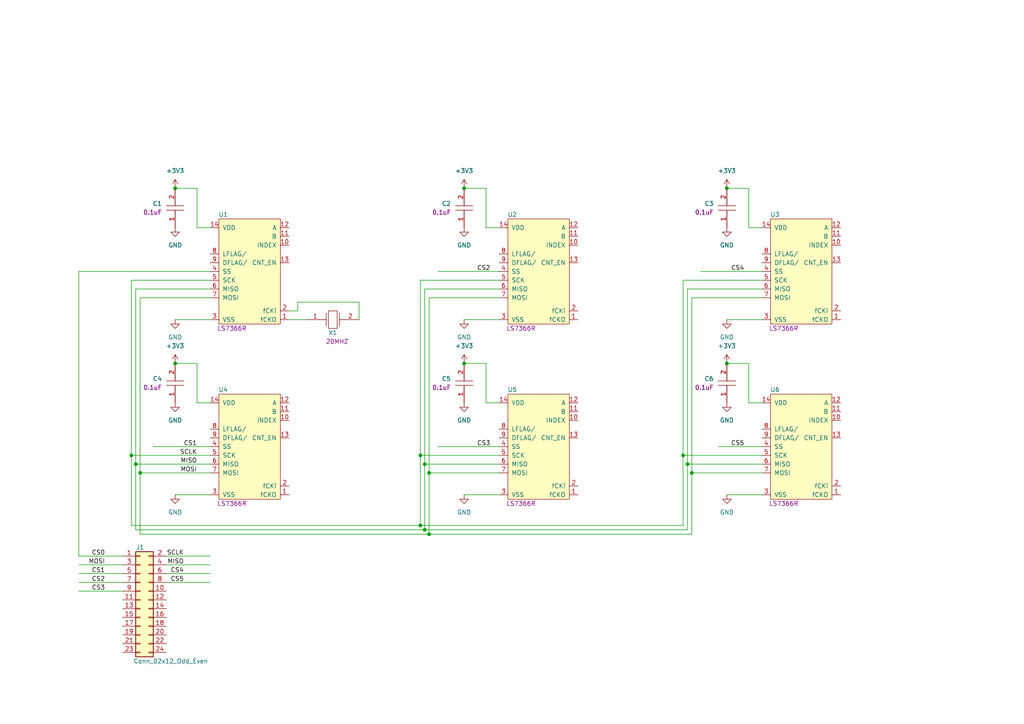
<source format=kicad_sch>
(kicad_sch (version 20230121) (generator eeschema)
  (paper "A4")
  (lib_symbols
    (symbol "AVR-KiCAD-Lib-Capacitors:C0805C104M5RACTU" (pin_names (offset 1.016))
      (property "Reference" "C" (at -2.54 2.54 0))
      (property "_Value_" "0.1uF" (at 58.42 63.5 0))
      (symbol "C0805C104M5RACTU_1_1"
        (polyline (pts (xy 0 2.54) (xy 0 -2.54)))
        (polyline (pts (xy 1.27 2.54) (xy 1.27 -2.54)))
        (pin input line (at -5.08 0 0) (length 5.08) (name "~") (number "1"))
        (pin input line (at 6.35 0 180) (length 5.08) (name "~") (number "2"))
      )
    )
    (symbol "AVR-KiCAD-Lib-ICs:LS7366R" (pin_names (offset 1.016))
      (property "Reference" "U" (at 0 31.75 0))
      (property "_Value_" "LS7366R" (at 3.81 -1.27 0))
      (symbol "LS7366R_1_1"
        (rectangle (start 0 30.48) (end 17.78 0) (fill (type background)))
        (pin output line (at 20.32 1.27 180) (length 2.54) (name "fCKO") (number "1"))
        (pin input line (at 20.32 22.86 180) (length 2.54) (name "INDEX") (number "10"))
        (pin input line (at 20.32 25.4 180) (length 2.54) (name "B") (number "11"))
        (pin input line (at 20.32 27.94 180) (length 2.54) (name "A") (number "12"))
        (pin input line (at 20.32 17.78 180) (length 2.54) (name "CNT_EN") (number "13"))
        (pin power_in line (at -2.54 27.94 0) (length 2.54) (name "VDD") (number "14"))
        (pin input line (at 20.32 3.81 180) (length 2.54) (name "fCKi") (number "2"))
        (pin passive line (at -2.54 1.27 0) (length 2.54) (name "VSS") (number "3"))
        (pin input line (at -2.54 15.24 0) (length 2.54) (name "SS") (number "4"))
        (pin input line (at -2.54 12.7 0) (length 2.54) (name "SCK") (number "5"))
        (pin output line (at -2.54 10.16 0) (length 2.54) (name "MISO") (number "6"))
        (pin input line (at -2.54 7.62 0) (length 2.54) (name "MOSI") (number "7"))
        (pin output line (at -2.54 20.32 0) (length 2.54) (name "LFLAG/") (number "8"))
        (pin output line (at -2.54 17.78 0) (length 2.54) (name "DFLAG/") (number "9"))
      )
    )
    (symbol "AVR-KiCAD-Lib-Oscillators-Clocks:ABLS-20.000MHZ-B2-T" (pin_names (offset 1.016))
      (property "Reference" "X" (at -2.54 2.54 0))
      (property "_Value_" "20MHZ" (at 58.42 63.5 0))
      (symbol "ABLS-20.000MHZ-B2-T_1_1"
        (rectangle (start -1.27 2.54) (end 1.27 -2.54))
        (polyline (pts (xy -1.905 0) (xy -2.54 0)))
        (polyline (pts (xy -1.905 1.905) (xy -1.905 -1.905)))
        (polyline (pts (xy 1.905 1.905) (xy 1.905 -1.905)))
        (polyline (pts (xy 2.54 0) (xy 1.905 0)))
        (pin passive line (at -7.62 0 0) (length 5.08) (name "~") (number "1"))
        (pin passive line (at 7.62 0 180) (length 5.08) (name "~") (number "2"))
      )
    )
    (symbol "Connector_Generic:Conn_02x12_Odd_Even" (pin_names (offset 1.016) hide)
      (property "Reference" "J" (at 1.27 15.24 0))
      (property "Value" "Conn_02x12_Odd_Even" (at 1.27 -17.78 0))
      (symbol "Conn_02x12_Odd_Even_1_1"
        (rectangle (start -1.27 -15.113) (end 0 -15.367) (stroke (width 0.1524)))
        (rectangle (start -1.27 -12.573) (end 0 -12.827) (stroke (width 0.1524)))
        (rectangle (start -1.27 -10.033) (end 0 -10.287) (stroke (width 0.1524)))
        (rectangle (start -1.27 -7.493) (end 0 -7.747) (stroke (width 0.1524)))
        (rectangle (start -1.27 -4.953) (end 0 -5.207) (stroke (width 0.1524)))
        (rectangle (start -1.27 -2.413) (end 0 -2.667) (stroke (width 0.1524)))
        (rectangle (start -1.27 0.127) (end 0 -0.127) (stroke (width 0.1524)))
        (rectangle (start -1.27 2.667) (end 0 2.413) (stroke (width 0.1524)))
        (rectangle (start -1.27 5.207) (end 0 4.953) (stroke (width 0.1524)))
        (rectangle (start -1.27 7.747) (end 0 7.493) (stroke (width 0.1524)))
        (rectangle (start -1.27 10.287) (end 0 10.033) (stroke (width 0.1524)))
        (rectangle (start -1.27 12.827) (end 0 12.573) (stroke (width 0.1524)))
        (rectangle (start -1.27 13.97) (end 3.81 -16.51) (stroke (width 0.254)) (fill (type background)))
        (rectangle (start 3.81 -15.113) (end 2.54 -15.367) (stroke (width 0.1524)))
        (rectangle (start 3.81 -12.573) (end 2.54 -12.827) (stroke (width 0.1524)))
        (rectangle (start 3.81 -10.033) (end 2.54 -10.287) (stroke (width 0.1524)))
        (rectangle (start 3.81 -7.493) (end 2.54 -7.747) (stroke (width 0.1524)))
        (rectangle (start 3.81 -4.953) (end 2.54 -5.207) (stroke (width 0.1524)))
        (rectangle (start 3.81 -2.413) (end 2.54 -2.667) (stroke (width 0.1524)))
        (rectangle (start 3.81 0.127) (end 2.54 -0.127) (stroke (width 0.1524)))
        (rectangle (start 3.81 2.667) (end 2.54 2.413) (stroke (width 0.1524)))
        (rectangle (start 3.81 5.207) (end 2.54 4.953) (stroke (width 0.1524)))
        (rectangle (start 3.81 7.747) (end 2.54 7.493) (stroke (width 0.1524)))
        (rectangle (start 3.81 10.287) (end 2.54 10.033) (stroke (width 0.1524)))
        (rectangle (start 3.81 12.827) (end 2.54 12.573) (stroke (width 0.1524)))
        (pin passive line (at -5.08 12.7 0) (length 3.81) (name "Pin_1") (number "1"))
        (pin passive line (at 7.62 2.54 180) (length 3.81) (name "Pin_10") (number "10"))
        (pin passive line (at -5.08 0 0) (length 3.81) (name "Pin_11") (number "11"))
        (pin passive line (at 7.62 0 180) (length 3.81) (name "Pin_12") (number "12"))
        (pin passive line (at -5.08 -2.54 0) (length 3.81) (name "Pin_13") (number "13"))
        (pin passive line (at 7.62 -2.54 180) (length 3.81) (name "Pin_14") (number "14"))
        (pin passive line (at -5.08 -5.08 0) (length 3.81) (name "Pin_15") (number "15"))
        (pin passive line (at 7.62 -5.08 180) (length 3.81) (name "Pin_16") (number "16"))
        (pin passive line (at -5.08 -7.62 0) (length 3.81) (name "Pin_17") (number "17"))
        (pin passive line (at 7.62 -7.62 180) (length 3.81) (name "Pin_18") (number "18"))
        (pin passive line (at -5.08 -10.16 0) (length 3.81) (name "Pin_19") (number "19"))
        (pin passive line (at 7.62 12.7 180) (length 3.81) (name "Pin_2") (number "2"))
        (pin passive line (at 7.62 -10.16 180) (length 3.81) (name "Pin_20") (number "20"))
        (pin passive line (at -5.08 -12.7 0) (length 3.81) (name "Pin_21") (number "21"))
        (pin passive line (at 7.62 -12.7 180) (length 3.81) (name "Pin_22") (number "22"))
        (pin passive line (at -5.08 -15.24 0) (length 3.81) (name "Pin_23") (number "23"))
        (pin passive line (at 7.62 -15.24 180) (length 3.81) (name "Pin_24") (number "24"))
        (pin passive line (at -5.08 10.16 0) (length 3.81) (name "Pin_3") (number "3"))
        (pin passive line (at 7.62 10.16 180) (length 3.81) (name "Pin_4") (number "4"))
        (pin passive line (at -5.08 7.62 0) (length 3.81) (name "Pin_5") (number "5"))
        (pin passive line (at 7.62 7.62 180) (length 3.81) (name "Pin_6") (number "6"))
        (pin passive line (at -5.08 5.08 0) (length 3.81) (name "Pin_7") (number "7"))
        (pin passive line (at 7.62 5.08 180) (length 3.81) (name "Pin_8") (number "8"))
        (pin passive line (at -5.08 2.54 0) (length 3.81) (name "Pin_9") (number "9"))
      )
    )
    (symbol "power:+3V3" (power) (pin_names (offset 0))
      (property "Value" "+3V3" (at 0 3.556 0))
      (symbol "+3V3_0_1"
        (polyline (pts (xy -0.762 1.27) (xy 0 2.54)))
        (polyline (pts (xy 0 0) (xy 0 2.54)))
        (polyline (pts (xy 0 2.54) (xy 0.762 1.27)))
      )
      (symbol "+3V3_1_1"
        (pin power_in line (at 0 0 90) (length 0) hide (name "+3V3") (number "1"))
      )
    )
    (symbol "power:GND" (power) (pin_names (offset 0))
      (property "Value" "GND" (at 0 -3.81 0))
      (symbol "GND_0_1"
        (polyline (pts (xy 0 0) (xy 0 -1.27) (xy 1.27 -1.27) (xy 0 -2.54) (xy -1.27 -1.27) (xy 0 -1.27)))
      )
      (symbol "GND_1_1"
        (pin power_in line (at 0 0 270) (length 0) hide (name "GND") (number "1"))
      )
    )
  )
  (junction (at 134.62 54.61))
  (junction (at 210.82 105.41))
  (junction (at 124.46 154.94))
  (junction (at 38.1 132.08))
  (junction (at 124.46 137.16))
  (junction (at 50.8 54.61))
  (junction (at 121.92 152.4))
  (junction (at 123.19 153.67))
  (junction (at 50.8 105.41))
  (junction (at 134.62 105.41))
  (junction (at 198.12 132.08))
  (junction (at 40.64 137.16))
  (junction (at 123.19 134.62))
  (junction (at 39.37 134.62))
  (junction (at 121.92 132.08))
  (junction (at 210.82 54.61))
  (junction (at 199.39 134.62))
  (junction (at 200.66 137.16))
  (wire (pts (xy 198.12 152.4) (xy 198.12 132.08)))
  (wire (pts (xy 220.98 137.16) (xy 200.66 137.16)))
  (wire (pts (xy 127 78.74) (xy 144.78 78.74)))
  (wire (pts (xy 39.37 83.82) (xy 39.37 134.62)))
  (wire (pts (xy 199.39 153.67) (xy 123.19 153.67)))
  (wire (pts (xy 217.17 54.61) (xy 217.17 66.04)))
  (wire (pts (xy 35.56 161.29) (xy 22.86 161.29)))
  (wire (pts (xy 39.37 153.67) (xy 123.19 153.67)))
  (wire (pts (xy 124.46 154.94) (xy 124.46 137.16)))
  (wire (pts (xy 210.82 143.51) (xy 220.98 143.51)))
  (wire (pts (xy 48.26 168.91) (xy 60.96 168.91)))
  (wire (pts (xy 44.45 129.54) (xy 60.96 129.54)))
  (wire (pts (xy 200.66 154.94) (xy 200.66 137.16)))
  (wire (pts (xy 203.2 78.74) (xy 220.98 78.74)))
  (wire (pts (xy 40.64 137.16) (xy 60.96 137.16)))
  (wire (pts (xy 83.82 92.71) (xy 88.9 92.71)))
  (wire (pts (xy 121.92 152.4) (xy 121.92 132.08)))
  (wire (pts (xy 86.36 90.17) (xy 86.36 87.63)))
  (wire (pts (xy 217.17 105.41) (xy 217.17 116.84)))
  (wire (pts (xy 86.36 87.63) (xy 104.14 87.63)))
  (wire (pts (xy 50.8 105.41) (xy 57.15 105.41)))
  (wire (pts (xy 50.8 143.51) (xy 60.96 143.51)))
  (wire (pts (xy 200.66 86.36) (xy 220.98 86.36)))
  (wire (pts (xy 38.1 132.08) (xy 60.96 132.08)))
  (wire (pts (xy 220.98 81.28) (xy 198.12 81.28)))
  (wire (pts (xy 22.86 171.45) (xy 35.56 171.45)))
  (wire (pts (xy 121.92 132.08) (xy 144.78 132.08)))
  (wire (pts (xy 198.12 81.28) (xy 198.12 132.08)))
  (wire (pts (xy 57.15 116.84) (xy 60.96 116.84)))
  (wire (pts (xy 217.17 116.84) (xy 220.98 116.84)))
  (wire (pts (xy 123.19 134.62) (xy 144.78 134.62)))
  (wire (pts (xy 121.92 152.4) (xy 198.12 152.4)))
  (wire (pts (xy 50.8 54.61) (xy 57.15 54.61)))
  (wire (pts (xy 60.96 81.28) (xy 38.1 81.28)))
  (wire (pts (xy 48.26 166.37) (xy 60.96 166.37)))
  (wire (pts (xy 123.19 83.82) (xy 123.19 134.62)))
  (wire (pts (xy 198.12 132.08) (xy 220.98 132.08)))
  (wire (pts (xy 140.97 116.84) (xy 144.78 116.84)))
  (wire (pts (xy 134.62 54.61) (xy 140.97 54.61)))
  (wire (pts (xy 40.64 154.94) (xy 124.46 154.94)))
  (wire (pts (xy 38.1 152.4) (xy 121.92 152.4)))
  (wire (pts (xy 50.8 92.71) (xy 60.96 92.71)))
  (wire (pts (xy 57.15 54.61) (xy 57.15 66.04)))
  (wire (pts (xy 35.56 163.83) (xy 22.86 163.83)))
  (wire (pts (xy 57.15 105.41) (xy 57.15 116.84)))
  (wire (pts (xy 199.39 134.62) (xy 199.39 153.67)))
  (wire (pts (xy 220.98 83.82) (xy 199.39 83.82)))
  (wire (pts (xy 134.62 143.51) (xy 144.78 143.51)))
  (wire (pts (xy 210.82 105.41) (xy 217.17 105.41)))
  (wire (pts (xy 39.37 134.62) (xy 60.96 134.62)))
  (wire (pts (xy 144.78 81.28) (xy 121.92 81.28)))
  (wire (pts (xy 104.14 87.63) (xy 104.14 92.71)))
  (wire (pts (xy 22.86 78.74) (xy 22.86 161.29)))
  (wire (pts (xy 140.97 66.04) (xy 144.78 66.04)))
  (wire (pts (xy 124.46 137.16) (xy 124.46 86.36)))
  (wire (pts (xy 199.39 134.62) (xy 220.98 134.62)))
  (wire (pts (xy 40.64 137.16) (xy 40.64 154.94)))
  (wire (pts (xy 124.46 154.94) (xy 200.66 154.94)))
  (wire (pts (xy 217.17 66.04) (xy 220.98 66.04)))
  (wire (pts (xy 39.37 134.62) (xy 39.37 153.67)))
  (wire (pts (xy 22.86 168.91) (xy 35.56 168.91)))
  (wire (pts (xy 144.78 137.16) (xy 124.46 137.16)))
  (wire (pts (xy 40.64 86.36) (xy 40.64 137.16)))
  (wire (pts (xy 210.82 92.71) (xy 220.98 92.71)))
  (wire (pts (xy 38.1 132.08) (xy 38.1 152.4)))
  (wire (pts (xy 60.96 83.82) (xy 39.37 83.82)))
  (wire (pts (xy 60.96 161.29) (xy 48.26 161.29)))
  (wire (pts (xy 38.1 81.28) (xy 38.1 132.08)))
  (wire (pts (xy 200.66 137.16) (xy 200.66 86.36)))
  (wire (pts (xy 60.96 163.83) (xy 48.26 163.83)))
  (wire (pts (xy 60.96 78.74) (xy 22.86 78.74)))
  (wire (pts (xy 140.97 105.41) (xy 140.97 116.84)))
  (wire (pts (xy 57.15 66.04) (xy 60.96 66.04)))
  (wire (pts (xy 60.96 86.36) (xy 40.64 86.36)))
  (wire (pts (xy 210.82 54.61) (xy 217.17 54.61)))
  (wire (pts (xy 199.39 83.82) (xy 199.39 134.62)))
  (wire (pts (xy 144.78 83.82) (xy 123.19 83.82)))
  (wire (pts (xy 208.28 129.54) (xy 220.98 129.54)))
  (wire (pts (xy 83.82 90.17) (xy 86.36 90.17)))
  (wire (pts (xy 140.97 54.61) (xy 140.97 66.04)))
  (wire (pts (xy 22.86 166.37) (xy 35.56 166.37)))
  (wire (pts (xy 134.62 92.71) (xy 144.78 92.71)))
  (wire (pts (xy 124.46 86.36) (xy 144.78 86.36)))
  (wire (pts (xy 134.62 105.41) (xy 140.97 105.41)))
  (wire (pts (xy 123.19 153.67) (xy 123.19 134.62)))
  (wire (pts (xy 121.92 81.28) (xy 121.92 132.08)))
  (wire (pts (xy 127 129.54) (xy 144.78 129.54)))
  (label "MISO" (at 53.34 163.83 180))
  (label "CS4" (at 53.34 166.37 180))
  (label "CS4" (at 215.9 78.74 180))
  (label "CS1" (at 30.48 166.37 180))
  (label "CS2" (at 142.24 78.74 180))
  (label "CS5" (at 53.34 168.91 180))
  (label "CS3" (at 142.24 129.54 180))
  (label "MOSI" (at 30.48 163.83 180))
  (label "MOSI" (at 57.15 137.16 180))
  (label "CS1" (at 57.15 129.54 180))
  (label "CS3" (at 30.48 171.45 180))
  (label "CS5" (at 215.9 129.54 180))
  (label "SCLK" (at 57.15 132.08 180))
  (label "CS2" (at 30.48 168.91 180))
  (label "CS0" (at 30.48 161.29 180))
  (label "SCLK" (at 53.34 161.29 180))
  (label "MISO" (at 57.15 134.62 180))
  (symbol (lib_id "power:+3V3") (at 210.82 105.41 0) (unit 1)
    (property "Reference" "#PWR016" (effects hide))
    (property "Value" "+3V3" (at 210.82 100.33 0))
  )
  (symbol (lib_id "AVR-KiCAD-Lib-Capacitors:C0805C104M5RACTU") (at 210.82 111.76 90) (unit 1)
    (property "Reference" "C6" (at 207.01 109.855 90) (effects (justify left)))
    (property "Value" "C0805C104M5RACTU" (effects hide))
    (property "Footprint" "AVR-KiCAD-Lib-Capacitors:C0805" (effects hide))
    (property "Datasheet" "https://content.kemet.com/datasheets/KEM_C1002_X7R_SMD.pdf" (effects hide))
    (property "Cost QTY: 1" "0.10000" (effects hide))
    (property "Cost QTY: 1000" "0.01845" (effects hide))
    (property "Cost QTY: 2500" "*" (effects hide))
    (property "Cost QTY: 5000" "0.01341" (effects hide))
    (property "Cost QTY: 10000" "0.01224" (effects hide))
    (property "MFR" "KEMET" (effects hide))
    (property "MFR#" "C0805C104M5RACTU" (effects hide))
    (property "Vendor" "Digikey" (effects hide))
    (property "Vendor #" "399-1169-1-ND" (effects hide))
    (property "Designer" "AVR" (effects hide))
    (property "Height" "0.88mm" (effects hide))
    (property "Date Created" "4/7/2020" (effects hide))
    (property "Date Modified" "4/7/2020" (effects hide))
    (property "Lead-Free ?" "Yes" (effects hide))
    (property "RoHS Levels" "1" (effects hide))
    (property "Mounting" "SMT" (effects hide))
    (property "Pin Count #" "2" (effects hide))
    (property "Status" "Active" (effects hide))
    (property "Tolerance" "20%" (effects hide))
    (property "Type" "Ceramic Cap" (effects hide))
    (property "Voltage" "50V" (effects hide))
    (property "Package" "0805" (effects hide))
    (property "Description" "0.1µF ±20% 50V Ceramic Capacitor X7R 0805 (2012 Metric)" (effects hide))
    (property "_Value_" "0.1uF" (at 207.01 112.395 90) (effects (justify left)))
    (property "Management_ID" "*" (effects hide))
  )
  (symbol (lib_id "power:GND") (at 50.8 143.51 0) (unit 1)
    (property "Reference" "#PWR012" (effects hide))
    (property "Value" "GND" (at 50.8 148.59 0))
  )
  (symbol (lib_id "AVR-KiCAD-Lib-Oscillators-Clocks:ABLS-20.000MHZ-B2-T") (at 96.52 92.71 0) (unit 1)
    (property "Reference" "X1" (at 96.52 96.52 0))
    (property "Value" "ABLS-20.000MHZ-B2-T" (effects hide))
    (property "Footprint" "AVR-KiCAD-Lib-Oscillators:XTAL_ABLS-20.000MHZ-B2-T" (effects hide))
    (property "Datasheet" "https://abracon.com/Resonators/ABLS.pdf" (effects hide))
    (property "Cost QTY: 1" "0.25000" (effects hide))
    (property "Cost QTY: 1000" "0.13263" (effects hide))
    (property "Cost QTY: 2500" "*" (effects hide))
    (property "Cost QTY: 5000" "0.12019" (effects hide))
    (property "Cost QTY: 10000" "0.11605" (effects hide))
    (property "MFR" "Abracon LLC" (effects hide))
    (property "MFR#" "ABLS-20.000MHZ-B2-T" (effects hide))
    (property "Vendor" "Digikey" (effects hide))
    (property "Vendor #" "535-9074-2-ND" (effects hide))
    (property "Designer" "Adam Vadala-Roth" (effects hide))
    (property "Height" "4.2mm" (effects hide))
    (property "Date Created" "12/25/2023" (effects hide))
    (property "Date Modified" "12/25/2023" (effects hide))
    (property "Lead-Free ?" "Yes" (effects hide))
    (property "RoHS Levels" "1" (effects hide))
    (property "Mounting" "SMT" (effects hide))
    (property "Pin Count #" "2" (effects hide))
    (property "Status" "Active" (effects hide))
    (property "Tolerance" "N/A" (effects hide))
    (property "Type" "Crystal Oscillator " (effects hide))
    (property "Voltage" "N/A" (effects hide))
    (property "Package" "HC-49/US" (effects hide))
    (property "Description" "20 MHz ±20ppm Crystal 18pF 40 Ohms HC-49/US" (effects hide))
    (property "_Value_" "20MHZ" (at 97.79 99.06 0))
    (property "Management_ID" "*" (effects hide))
  )
  (symbol (lib_id "power:GND") (at 134.62 66.04 0) (unit 1)
    (property "Reference" "#PWR05" (effects hide))
    (property "Value" "GND" (at 134.62 71.12 0))
  )
  (symbol (lib_id "power:+3V3") (at 134.62 54.61 0) (unit 1)
    (property "Reference" "#PWR04" (effects hide))
    (property "Value" "+3V3" (at 134.62 49.53 0))
  )
  (symbol (lib_id "AVR-KiCAD-Lib-ICs:LS7366R") (at 63.5 144.78 0) (unit 1)
    (property "Reference" "U4" (at 64.77 113.03 0))
    (property "Value" "LS7366R" (effects hide))
    (property "Footprint" "AVR-KiCAD-Lib-ICs:DIP762W45P254L1917H533Q14" (effects hide))
    (property "Datasheet" "https://lsicsi.com/datasheets/LS7366R.pdf" (effects hide))
    (property "Cost QTY: 1" "6.62000" (effects hide))
    (property "Cost QTY: 1000" "3.01000" (effects hide))
    (property "Cost QTY: 2500" "*" (effects hide))
    (property "Cost QTY: 5000" "*" (effects hide))
    (property "Cost QTY: 10000" "*" (effects hide))
    (property "MFR" "LSI/CSI" (effects hide))
    (property "MFR#" "LS7366R" (effects hide))
    (property "Vendor" "Digikey" (effects hide))
    (property "Vendor #" "2808-LS7366R-ND" (effects hide))
    (property "Designer" "Adam Vadala-Roth" (effects hide))
    (property "Height" "N/A" (effects hide))
    (property "Date Created" "12/24/2023" (effects hide))
    (property "Date Modified" "12/24/2023" (effects hide))
    (property "Lead-Free ?" "Yes" (effects hide))
    (property "RoHS Levels" "1" (effects hide))
    (property "Mounting" "ThroughHole" (effects hide))
    (property "Pin Count #" "14" (effects hide))
    (property "Status" "Active" (effects hide))
    (property "Tolerance" "N/A" (effects hide))
    (property "Type" "Integrated Circuit" (effects hide))
    (property "Voltage" "3-5.5V" (effects hide))
    (property "Package" "DIP14" (effects hide))
    (property "Description" "Counter IC Binary Counter 1 Element 32 Bit Positive, Negative 14-DIP" (effects hide))
    (property "_Value_" "LS7366R" (at 67.31 146.05 0))
    (property "Management_ID" "N/A" (effects hide))
  )
  (symbol (lib_id "AVR-KiCAD-Lib-Capacitors:C0805C104M5RACTU") (at 50.8 60.96 90) (unit 1)
    (property "Reference" "C1" (at 46.99 59.055 90) (effects (justify left)))
    (property "Value" "C0805C104M5RACTU" (effects hide))
    (property "Footprint" "AVR-KiCAD-Lib-Capacitors:C0805" (effects hide))
    (property "Datasheet" "https://content.kemet.com/datasheets/KEM_C1002_X7R_SMD.pdf" (effects hide))
    (property "Cost QTY: 1" "0.10000" (effects hide))
    (property "Cost QTY: 1000" "0.01845" (effects hide))
    (property "Cost QTY: 2500" "*" (effects hide))
    (property "Cost QTY: 5000" "0.01341" (effects hide))
    (property "Cost QTY: 10000" "0.01224" (effects hide))
    (property "MFR" "KEMET" (effects hide))
    (property "MFR#" "C0805C104M5RACTU" (effects hide))
    (property "Vendor" "Digikey" (effects hide))
    (property "Vendor #" "399-1169-1-ND" (effects hide))
    (property "Designer" "AVR" (effects hide))
    (property "Height" "0.88mm" (effects hide))
    (property "Date Created" "4/7/2020" (effects hide))
    (property "Date Modified" "4/7/2020" (effects hide))
    (property "Lead-Free ?" "Yes" (effects hide))
    (property "RoHS Levels" "1" (effects hide))
    (property "Mounting" "SMT" (effects hide))
    (property "Pin Count #" "2" (effects hide))
    (property "Status" "Active" (effects hide))
    (property "Tolerance" "20%" (effects hide))
    (property "Type" "Ceramic Cap" (effects hide))
    (property "Voltage" "50V" (effects hide))
    (property "Package" "0805" (effects hide))
    (property "Description" "0.1µF ±20% 50V Ceramic Capacitor X7R 0805 (2012 Metric)" (effects hide))
    (property "_Value_" "0.1uF" (at 46.99 61.595 90) (effects (justify left)))
    (property "Management_ID" "*" (effects hide))
  )
  (symbol (lib_id "power:GND") (at 50.8 66.04 0) (unit 1)
    (property "Reference" "#PWR02" (effects hide))
    (property "Value" "GND" (at 50.8 71.12 0))
  )
  (symbol (lib_id "power:GND") (at 134.62 116.84 0) (unit 1)
    (property "Reference" "#PWR014" (effects hide))
    (property "Value" "GND" (at 134.62 121.92 0))
  )
  (symbol (lib_id "power:GND") (at 134.62 143.51 0) (unit 1)
    (property "Reference" "#PWR015" (effects hide))
    (property "Value" "GND" (at 134.62 148.59 0))
  )
  (symbol (lib_id "power:GND") (at 134.62 92.71 0) (unit 1)
    (property "Reference" "#PWR06" (effects hide))
    (property "Value" "GND" (at 134.62 97.79 0))
  )
  (symbol (lib_id "AVR-KiCAD-Lib-ICs:LS7366R") (at 223.52 93.98 0) (unit 1)
    (property "Reference" "U3" (at 224.79 62.23 0))
    (property "Value" "LS7366R" (effects hide))
    (property "Footprint" "AVR-KiCAD-Lib-ICs:DIP762W45P254L1917H533Q14" (effects hide))
    (property "Datasheet" "https://lsicsi.com/datasheets/LS7366R.pdf" (effects hide))
    (property "Cost QTY: 1" "6.62000" (effects hide))
    (property "Cost QTY: 1000" "3.01000" (effects hide))
    (property "Cost QTY: 2500" "*" (effects hide))
    (property "Cost QTY: 5000" "*" (effects hide))
    (property "Cost QTY: 10000" "*" (effects hide))
    (property "MFR" "LSI/CSI" (effects hide))
    (property "MFR#" "LS7366R" (effects hide))
    (property "Vendor" "Digikey" (effects hide))
    (property "Vendor #" "2808-LS7366R-ND" (effects hide))
    (property "Designer" "Adam Vadala-Roth" (effects hide))
    (property "Height" "N/A" (effects hide))
    (property "Date Created" "12/24/2023" (effects hide))
    (property "Date Modified" "12/24/2023" (effects hide))
    (property "Lead-Free ?" "Yes" (effects hide))
    (property "RoHS Levels" "1" (effects hide))
    (property "Mounting" "ThroughHole" (effects hide))
    (property "Pin Count #" "14" (effects hide))
    (property "Status" "Active" (effects hide))
    (property "Tolerance" "N/A" (effects hide))
    (property "Type" "Integrated Circuit" (effects hide))
    (property "Voltage" "3-5.5V" (effects hide))
    (property "Package" "DIP14" (effects hide))
    (property "Description" "Counter IC Binary Counter 1 Element 32 Bit Positive, Negative 14-DIP" (effects hide))
    (property "_Value_" "LS7366R" (at 227.33 95.25 0))
    (property "Management_ID" "N/A" (effects hide))
  )
  (symbol (lib_id "AVR-KiCAD-Lib-ICs:LS7366R") (at 147.32 93.98 0) (unit 1)
    (property "Reference" "U2" (at 148.59 62.23 0))
    (property "Value" "LS7366R" (effects hide))
    (property "Footprint" "AVR-KiCAD-Lib-ICs:DIP762W45P254L1917H533Q14" (effects hide))
    (property "Datasheet" "https://lsicsi.com/datasheets/LS7366R.pdf" (effects hide))
    (property "Cost QTY: 1" "6.62000" (effects hide))
    (property "Cost QTY: 1000" "3.01000" (effects hide))
    (property "Cost QTY: 2500" "*" (effects hide))
    (property "Cost QTY: 5000" "*" (effects hide))
    (property "Cost QTY: 10000" "*" (effects hide))
    (property "MFR" "LSI/CSI" (effects hide))
    (property "MFR#" "LS7366R" (effects hide))
    (property "Vendor" "Digikey" (effects hide))
    (property "Vendor #" "2808-LS7366R-ND" (effects hide))
    (property "Designer" "Adam Vadala-Roth" (effects hide))
    (property "Height" "N/A" (effects hide))
    (property "Date Created" "12/24/2023" (effects hide))
    (property "Date Modified" "12/24/2023" (effects hide))
    (property "Lead-Free ?" "Yes" (effects hide))
    (property "RoHS Levels" "1" (effects hide))
    (property "Mounting" "ThroughHole" (effects hide))
    (property "Pin Count #" "14" (effects hide))
    (property "Status" "Active" (effects hide))
    (property "Tolerance" "N/A" (effects hide))
    (property "Type" "Integrated Circuit" (effects hide))
    (property "Voltage" "3-5.5V" (effects hide))
    (property "Package" "DIP14" (effects hide))
    (property "Description" "Counter IC Binary Counter 1 Element 32 Bit Positive, Negative 14-DIP" (effects hide))
    (property "_Value_" "LS7366R" (at 151.13 95.25 0))
    (property "Management_ID" "N/A" (effects hide))
  )
  (symbol (lib_id "power:+3V3") (at 50.8 105.41 0) (unit 1)
    (property "Reference" "#PWR010" (effects hide))
    (property "Value" "+3V3" (at 50.8 100.33 0))
  )
  (symbol (lib_id "power:+3V3") (at 210.82 54.61 0) (unit 1)
    (property "Reference" "#PWR07" (effects hide))
    (property "Value" "+3V3" (at 210.82 49.53 0))
  )
  (symbol (lib_id "power:+3V3") (at 134.62 105.41 0) (unit 1)
    (property "Reference" "#PWR013" (effects hide))
    (property "Value" "+3V3" (at 134.62 100.33 0))
  )
  (symbol (lib_id "AVR-KiCAD-Lib-Capacitors:C0805C104M5RACTU") (at 50.8 111.76 90) (unit 1)
    (property "Reference" "C4" (at 46.99 109.855 90) (effects (justify left)))
    (property "Value" "C0805C104M5RACTU" (effects hide))
    (property "Footprint" "AVR-KiCAD-Lib-Capacitors:C0805" (effects hide))
    (property "Datasheet" "https://content.kemet.com/datasheets/KEM_C1002_X7R_SMD.pdf" (effects hide))
    (property "Cost QTY: 1" "0.10000" (effects hide))
    (property "Cost QTY: 1000" "0.01845" (effects hide))
    (property "Cost QTY: 2500" "*" (effects hide))
    (property "Cost QTY: 5000" "0.01341" (effects hide))
    (property "Cost QTY: 10000" "0.01224" (effects hide))
    (property "MFR" "KEMET" (effects hide))
    (property "MFR#" "C0805C104M5RACTU" (effects hide))
    (property "Vendor" "Digikey" (effects hide))
    (property "Vendor #" "399-1169-1-ND" (effects hide))
    (property "Designer" "AVR" (effects hide))
    (property "Height" "0.88mm" (effects hide))
    (property "Date Created" "4/7/2020" (effects hide))
    (property "Date Modified" "4/7/2020" (effects hide))
    (property "Lead-Free ?" "Yes" (effects hide))
    (property "RoHS Levels" "1" (effects hide))
    (property "Mounting" "SMT" (effects hide))
    (property "Pin Count #" "2" (effects hide))
    (property "Status" "Active" (effects hide))
    (property "Tolerance" "20%" (effects hide))
    (property "Type" "Ceramic Cap" (effects hide))
    (property "Voltage" "50V" (effects hide))
    (property "Package" "0805" (effects hide))
    (property "Description" "0.1µF ±20% 50V Ceramic Capacitor X7R 0805 (2012 Metric)" (effects hide))
    (property "_Value_" "0.1uF" (at 46.99 112.395 90) (effects (justify left)))
    (property "Management_ID" "*" (effects hide))
  )
  (symbol (lib_id "power:+3V3") (at 50.8 54.61 0) (unit 1)
    (property "Reference" "#PWR01" (effects hide))
    (property "Value" "+3V3" (at 50.8 49.53 0))
  )
  (symbol (lib_id "power:GND") (at 210.82 66.04 0) (unit 1)
    (property "Reference" "#PWR08" (effects hide))
    (property "Value" "GND" (at 210.82 71.12 0))
  )
  (symbol (lib_id "AVR-KiCAD-Lib-Capacitors:C0805C104M5RACTU") (at 134.62 60.96 90) (unit 1)
    (property "Reference" "C2" (at 130.81 59.055 90) (effects (justify left)))
    (property "Value" "C0805C104M5RACTU" (effects hide))
    (property "Footprint" "AVR-KiCAD-Lib-Capacitors:C0805" (effects hide))
    (property "Datasheet" "https://content.kemet.com/datasheets/KEM_C1002_X7R_SMD.pdf" (effects hide))
    (property "Cost QTY: 1" "0.10000" (effects hide))
    (property "Cost QTY: 1000" "0.01845" (effects hide))
    (property "Cost QTY: 2500" "*" (effects hide))
    (property "Cost QTY: 5000" "0.01341" (effects hide))
    (property "Cost QTY: 10000" "0.01224" (effects hide))
    (property "MFR" "KEMET" (effects hide))
    (property "MFR#" "C0805C104M5RACTU" (effects hide))
    (property "Vendor" "Digikey" (effects hide))
    (property "Vendor #" "399-1169-1-ND" (effects hide))
    (property "Designer" "AVR" (effects hide))
    (property "Height" "0.88mm" (effects hide))
    (property "Date Created" "4/7/2020" (effects hide))
    (property "Date Modified" "4/7/2020" (effects hide))
    (property "Lead-Free ?" "Yes" (effects hide))
    (property "RoHS Levels" "1" (effects hide))
    (property "Mounting" "SMT" (effects hide))
    (property "Pin Count #" "2" (effects hide))
    (property "Status" "Active" (effects hide))
    (property "Tolerance" "20%" (effects hide))
    (property "Type" "Ceramic Cap" (effects hide))
    (property "Voltage" "50V" (effects hide))
    (property "Package" "0805" (effects hide))
    (property "Description" "0.1µF ±20% 50V Ceramic Capacitor X7R 0805 (2012 Metric)" (effects hide))
    (property "_Value_" "0.1uF" (at 130.81 61.595 90) (effects (justify left)))
    (property "Management_ID" "*" (effects hide))
  )
  (symbol (lib_id "AVR-KiCAD-Lib-Capacitors:C0805C104M5RACTU") (at 210.82 60.96 90) (unit 1)
    (property "Reference" "C3" (at 207.01 59.055 90) (effects (justify left)))
    (property "Value" "C0805C104M5RACTU" (effects hide))
    (property "Footprint" "AVR-KiCAD-Lib-Capacitors:C0805" (effects hide))
    (property "Datasheet" "https://content.kemet.com/datasheets/KEM_C1002_X7R_SMD.pdf" (effects hide))
    (property "Cost QTY: 1" "0.10000" (effects hide))
    (property "Cost QTY: 1000" "0.01845" (effects hide))
    (property "Cost QTY: 2500" "*" (effects hide))
    (property "Cost QTY: 5000" "0.01341" (effects hide))
    (property "Cost QTY: 10000" "0.01224" (effects hide))
    (property "MFR" "KEMET" (effects hide))
    (property "MFR#" "C0805C104M5RACTU" (effects hide))
    (property "Vendor" "Digikey" (effects hide))
    (property "Vendor #" "399-1169-1-ND" (effects hide))
    (property "Designer" "AVR" (effects hide))
    (property "Height" "0.88mm" (effects hide))
    (property "Date Created" "4/7/2020" (effects hide))
    (property "Date Modified" "4/7/2020" (effects hide))
    (property "Lead-Free ?" "Yes" (effects hide))
    (property "RoHS Levels" "1" (effects hide))
    (property "Mounting" "SMT" (effects hide))
    (property "Pin Count #" "2" (effects hide))
    (property "Status" "Active" (effects hide))
    (property "Tolerance" "20%" (effects hide))
    (property "Type" "Ceramic Cap" (effects hide))
    (property "Voltage" "50V" (effects hide))
    (property "Package" "0805" (effects hide))
    (property "Description" "0.1µF ±20% 50V Ceramic Capacitor X7R 0805 (2012 Metric)" (effects hide))
    (property "_Value_" "0.1uF" (at 207.01 61.595 90) (effects (justify left)))
    (property "Management_ID" "*" (effects hide))
  )
  (symbol (lib_id "power:GND") (at 210.82 143.51 0) (unit 1)
    (property "Reference" "#PWR018" (effects hide))
    (property "Value" "GND" (at 210.82 148.59 0))
  )
  (symbol (lib_id "AVR-KiCAD-Lib-ICs:LS7366R") (at 223.52 144.78 0) (unit 1)
    (property "Reference" "U6" (at 224.79 113.03 0))
    (property "Value" "LS7366R" (effects hide))
    (property "Footprint" "AVR-KiCAD-Lib-ICs:DIP762W45P254L1917H533Q14" (effects hide))
    (property "Datasheet" "https://lsicsi.com/datasheets/LS7366R.pdf" (effects hide))
    (property "Cost QTY: 1" "6.62000" (effects hide))
    (property "Cost QTY: 1000" "3.01000" (effects hide))
    (property "Cost QTY: 2500" "*" (effects hide))
    (property "Cost QTY: 5000" "*" (effects hide))
    (property "Cost QTY: 10000" "*" (effects hide))
    (property "MFR" "LSI/CSI" (effects hide))
    (property "MFR#" "LS7366R" (effects hide))
    (property "Vendor" "Digikey" (effects hide))
    (property "Vendor #" "2808-LS7366R-ND" (effects hide))
    (property "Designer" "Adam Vadala-Roth" (effects hide))
    (property "Height" "N/A" (effects hide))
    (property "Date Created" "12/24/2023" (effects hide))
    (property "Date Modified" "12/24/2023" (effects hide))
    (property "Lead-Free ?" "Yes" (effects hide))
    (property "RoHS Levels" "1" (effects hide))
    (property "Mounting" "ThroughHole" (effects hide))
    (property "Pin Count #" "14" (effects hide))
    (property "Status" "Active" (effects hide))
    (property "Tolerance" "N/A" (effects hide))
    (property "Type" "Integrated Circuit" (effects hide))
    (property "Voltage" "3-5.5V" (effects hide))
    (property "Package" "DIP14" (effects hide))
    (property "Description" "Counter IC Binary Counter 1 Element 32 Bit Positive, Negative 14-DIP" (effects hide))
    (property "_Value_" "LS7366R" (at 227.33 146.05 0))
    (property "Management_ID" "N/A" (effects hide))
  )
  (symbol (lib_id "power:GND") (at 50.8 92.71 0) (unit 1)
    (property "Reference" "#PWR03" (effects hide))
    (property "Value" "GND" (at 50.8 97.79 0))
  )
  (symbol (lib_id "AVR-KiCAD-Lib-Capacitors:C0805C104M5RACTU") (at 134.62 111.76 90) (unit 1)
    (property "Reference" "C5" (at 130.81 109.855 90) (effects (justify left)))
    (property "Value" "C0805C104M5RACTU" (effects hide))
    (property "Footprint" "AVR-KiCAD-Lib-Capacitors:C0805" (effects hide))
    (property "Datasheet" "https://content.kemet.com/datasheets/KEM_C1002_X7R_SMD.pdf" (effects hide))
    (property "Cost QTY: 1" "0.10000" (effects hide))
    (property "Cost QTY: 1000" "0.01845" (effects hide))
    (property "Cost QTY: 2500" "*" (effects hide))
    (property "Cost QTY: 5000" "0.01341" (effects hide))
    (property "Cost QTY: 10000" "0.01224" (effects hide))
    (property "MFR" "KEMET" (effects hide))
    (property "MFR#" "C0805C104M5RACTU" (effects hide))
    (property "Vendor" "Digikey" (effects hide))
    (property "Vendor #" "399-1169-1-ND" (effects hide))
    (property "Designer" "AVR" (effects hide))
    (property "Height" "0.88mm" (effects hide))
    (property "Date Created" "4/7/2020" (effects hide))
    (property "Date Modified" "4/7/2020" (effects hide))
    (property "Lead-Free ?" "Yes" (effects hide))
    (property "RoHS Levels" "1" (effects hide))
    (property "Mounting" "SMT" (effects hide))
    (property "Pin Count #" "2" (effects hide))
    (property "Status" "Active" (effects hide))
    (property "Tolerance" "20%" (effects hide))
    (property "Type" "Ceramic Cap" (effects hide))
    (property "Voltage" "50V" (effects hide))
    (property "Package" "0805" (effects hide))
    (property "Description" "0.1µF ±20% 50V Ceramic Capacitor X7R 0805 (2012 Metric)" (effects hide))
    (property "_Value_" "0.1uF" (at 130.81 112.395 90) (effects (justify left)))
    (property "Management_ID" "*" (effects hide))
  )
  (symbol (lib_id "Connector_Generic:Conn_02x12_Odd_Even") (at 40.64 173.99 0) (unit 1)
    (property "Reference" "J1" (at 40.64 158.75 0))
    (property "Value" "Conn_02x12_Odd_Even" (at 49.53 191.77 0))
    (property "Footprint" "Connector_PinHeader_2.54mm:PinHeader_2x12_P2.54mm_Vertical" (effects hide))
  )
  (symbol (lib_id "AVR-KiCAD-Lib-ICs:LS7366R") (at 63.5 93.98 0) (unit 1)
    (property "Reference" "U1" (at 64.77 62.23 0))
    (property "Value" "LS7366R" (effects hide))
    (property "Footprint" "AVR-KiCAD-Lib-ICs:DIP762W45P254L1917H533Q14" (effects hide))
    (property "Datasheet" "https://lsicsi.com/datasheets/LS7366R.pdf" (effects hide))
    (property "Cost QTY: 1" "6.62000" (effects hide))
    (property "Cost QTY: 1000" "3.01000" (effects hide))
    (property "Cost QTY: 2500" "*" (effects hide))
    (property "Cost QTY: 5000" "*" (effects hide))
    (property "Cost QTY: 10000" "*" (effects hide))
    (property "MFR" "LSI/CSI" (effects hide))
    (property "MFR#" "LS7366R" (effects hide))
    (property "Vendor" "Digikey" (effects hide))
    (property "Vendor #" "2808-LS7366R-ND" (effects hide))
    (property "Designer" "Adam Vadala-Roth" (effects hide))
    (property "Height" "N/A" (effects hide))
    (property "Date Created" "12/24/2023" (effects hide))
    (property "Date Modified" "12/24/2023" (effects hide))
    (property "Lead-Free ?" "Yes" (effects hide))
    (property "RoHS Levels" "1" (effects hide))
    (property "Mounting" "ThroughHole" (effects hide))
    (property "Pin Count #" "14" (effects hide))
    (property "Status" "Active" (effects hide))
    (property "Tolerance" "N/A" (effects hide))
    (property "Type" "Integrated Circuit" (effects hide))
    (property "Voltage" "3-5.5V" (effects hide))
    (property "Package" "DIP14" (effects hide))
    (property "Description" "Counter IC Binary Counter 1 Element 32 Bit Positive, Negative 14-DIP" (effects hide))
    (property "_Value_" "LS7366R" (at 67.31 95.25 0))
    (property "Management_ID" "N/A" (effects hide))
  )
  (symbol (lib_id "power:GND") (at 210.82 92.71 0) (unit 1)
    (property "Reference" "#PWR09" (effects hide))
    (property "Value" "GND" (at 210.82 97.79 0))
  )
  (symbol (lib_id "power:GND") (at 50.8 116.84 0) (unit 1)
    (property "Reference" "#PWR011" (effects hide))
    (property "Value" "GND" (at 50.8 121.92 0))
  )
  (symbol (lib_id "AVR-KiCAD-Lib-ICs:LS7366R") (at 147.32 144.78 0) (unit 1)
    (property "Reference" "U5" (at 148.59 113.03 0))
    (property "Value" "LS7366R" (effects hide))
    (property "Footprint" "AVR-KiCAD-Lib-ICs:DIP762W45P254L1917H533Q14" (effects hide))
    (property "Datasheet" "https://lsicsi.com/datasheets/LS7366R.pdf" (effects hide))
    (property "Cost QTY: 1" "6.62000" (effects hide))
    (property "Cost QTY: 1000" "3.01000" (effects hide))
    (property "Cost QTY: 2500" "*" (effects hide))
    (property "Cost QTY: 5000" "*" (effects hide))
    (property "Cost QTY: 10000" "*" (effects hide))
    (property "MFR" "LSI/CSI" (effects hide))
    (property "MFR#" "LS7366R" (effects hide))
    (property "Vendor" "Digikey" (effects hide))
    (property "Vendor #" "2808-LS7366R-ND" (effects hide))
    (property "Designer" "Adam Vadala-Roth" (effects hide))
    (property "Height" "N/A" (effects hide))
    (property "Date Created" "12/24/2023" (effects hide))
    (property "Date Modified" "12/24/2023" (effects hide))
    (property "Lead-Free ?" "Yes" (effects hide))
    (property "RoHS Levels" "1" (effects hide))
    (property "Mounting" "ThroughHole" (effects hide))
    (property "Pin Count #" "14" (effects hide))
    (property "Status" "Active" (effects hide))
    (property "Tolerance" "N/A" (effects hide))
    (property "Type" "Integrated Circuit" (effects hide))
    (property "Voltage" "3-5.5V" (effects hide))
    (property "Package" "DIP14" (effects hide))
    (property "Description" "Counter IC Binary Counter 1 Element 32 Bit Positive, Negative 14-DIP" (effects hide))
    (property "_Value_" "LS7366R" (at 151.13 146.05 0))
    (property "Management_ID" "N/A" (effects hide))
  )
  (symbol (lib_id "power:GND") (at 210.82 116.84 0) (unit 1)
    (property "Reference" "#PWR017" (effects hide))
    (property "Value" "GND" (at 210.82 121.92 0))
  )
)
</source>
